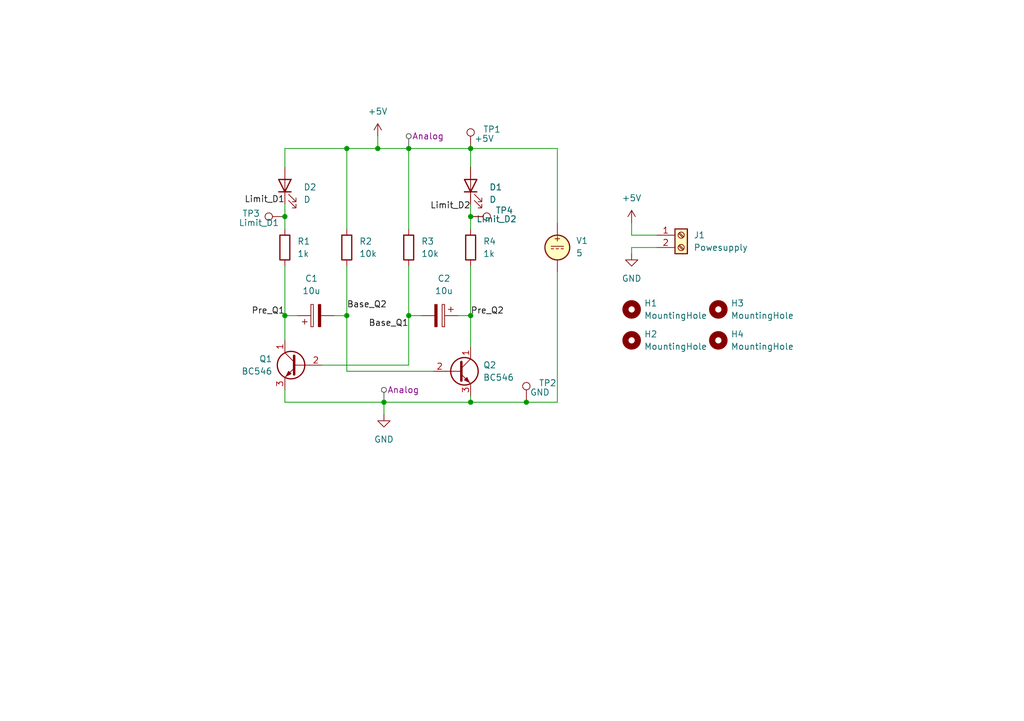
<source format=kicad_sch>
(kicad_sch (version 20250114) (generator "eeschema") (generator_version "9.0")
  (paper "A5")
  (lib_symbols
    (symbol "000 Custom Symbols:Testpoint" (pin_numbers (hide yes)) (pin_names (hide yes)) (exclude_from_sim yes) (in_bom no)
      (property "Reference" "TP" (at 0.254 5.334 0))
      (property "Value" "${SHORT_NET_NAME(1)}" (at 6.35 7.874 0))
      (symbol "Testpoint_0_1"
        (circle (center 0 3.302) (radius 0.762))
      )
      (symbol "Testpoint_1_1"
        (pin passive line (at 0 0 90) (length 2.54) (name "1") (number "1"))
      )
    )
    (symbol "Connector:Screw_Terminal_01x02" (pin_names (offset 1.016) (hide yes))
      (property "Reference" "J" (at 0 2.54 0))
      (property "Value" "Screw_Terminal_01x02" (at 0 -5.08 0))
      (symbol "Screw_Terminal_01x02_1_1"
        (rectangle (start -1.27 1.27) (end 1.27 -3.81) (stroke (width 0.254)) (fill (type background)))
        (polyline (pts (xy -0.5334 0.3302) (xy 0.3302 -0.508)) (stroke (width 0.1524)))
        (polyline (pts (xy -0.5334 -2.2098) (xy 0.3302 -3.048)) (stroke (width 0.1524)))
        (polyline (pts (xy -0.3556 0.508) (xy 0.508 -0.3302)) (stroke (width 0.1524)))
        (polyline (pts (xy -0.3556 -2.032) (xy 0.508 -2.8702)) (stroke (width 0.1524)))
        (circle (center 0 0) (radius 0.635) (stroke (width 0.1524)))
        (circle (center 0 -2.54) (radius 0.635) (stroke (width 0.1524)))
        (pin passive line (at -5.08 0 0) (length 3.81) (name "Pin_1") (number "1"))
        (pin passive line (at -5.08 -2.54 0) (length 3.81) (name "Pin_2") (number "2"))
      )
    )
    (symbol "Device:C_Polarized" (pin_numbers (hide yes)) (pin_names (offset 0.254))
      (property "Reference" "C" (at 0.635 2.54 0))
      (property "Value" "C_Polarized" (at 0.635 -2.54 0))
      (symbol "C_Polarized_0_1"
        (rectangle (start -2.286 0.508) (end 2.286 1.016))
        (polyline (pts (xy -1.778 2.286) (xy -0.762 2.286)))
        (polyline (pts (xy -1.27 2.794) (xy -1.27 1.778)))
        (rectangle (start 2.286 -0.508) (end -2.286 -1.016) (fill (type outline)))
      )
      (symbol "C_Polarized_1_1"
        (pin passive line (at 0 3.81 270) (length 2.794) (name "~") (number "1"))
        (pin passive line (at 0 -3.81 90) (length 2.794) (name "~") (number "2"))
      )
    )
    (symbol "Device:LED" (pin_numbers (hide yes)) (pin_names (offset 1.016) (hide yes))
      (property "Reference" "D" (at 0 2.54 0))
      (property "Value" "LED" (at 0 -2.54 0))
      (symbol "LED_0_1"
        (polyline (pts (xy -3.048 -0.762) (xy -4.572 -2.286) (xy -3.81 -2.286) (xy -4.572 -2.286) (xy -4.572 -1.524)))
        (polyline (pts (xy -1.778 -0.762) (xy -3.302 -2.286) (xy -2.54 -2.286) (xy -3.302 -2.286) (xy -3.302 -1.524)))
        (polyline (pts (xy -1.27 0) (xy 1.27 0)))
        (polyline (pts (xy -1.27 -1.27) (xy -1.27 1.27)) (stroke (width 0.254)))
        (polyline (pts (xy 1.27 -1.27) (xy 1.27 1.27) (xy -1.27 0) (xy 1.27 -1.27)) (stroke (width 0.254)))
      )
      (symbol "LED_1_1"
        (pin passive line (at -3.81 0 0) (length 2.54) (name "K") (number "1"))
        (pin passive line (at 3.81 0 180) (length 2.54) (name "A") (number "2"))
      )
    )
    (symbol "Device:R" (pin_numbers (hide yes)) (pin_names (offset 0))
      (property "Reference" "R" (at 2.032 0 90))
      (property "Value" "R" (at 0 0 90))
      (symbol "R_0_1"
        (rectangle (start -1.016 -2.54) (end 1.016 2.54) (stroke (width 0.254)))
      )
      (symbol "R_1_1"
        (pin passive line (at 0 3.81 270) (length 1.27) (name "~") (number "1"))
        (pin passive line (at 0 -3.81 90) (length 1.27) (name "~") (number "2"))
      )
    )
    (symbol "Mechanical:MountingHole" (pin_names (offset 1.016)) (in_bom no)
      (property "Reference" "H" (at 0 5.08 0))
      (property "Value" "MountingHole" (at 0 3.175 0))
      (symbol "MountingHole_0_1"
        (circle (center 0 0) (radius 1.27) (stroke (width 1.27)))
      )
    )
    (symbol "Simulation_SPICE:VDC" (pin_numbers (hide yes)) (pin_names (offset 0.0254))
      (property "Reference" "V" (at 2.54 2.54 0))
      (property "Value" "1" (at 2.54 0 0))
      (symbol "VDC_0_0"
        (polyline (pts (xy -1.27 0.254) (xy 1.27 0.254)))
        (polyline (pts (xy -0.762 -0.254) (xy -1.27 -0.254)))
        (polyline (pts (xy 0.254 -0.254) (xy -0.254 -0.254)))
        (polyline (pts (xy 1.27 -0.254) (xy 0.762 -0.254)))
        (text "+" (at 0 1.905 0) (effects (font (size 1.27 1.27))))
      )
      (symbol "VDC_0_1"
        (circle (center 0 0) (radius 2.54) (stroke (width 0.254)) (fill (type background)))
      )
      (symbol "VDC_1_1"
        (pin passive line (at 0 5.08 270) (length 2.54) (name "~") (number "1"))
        (pin passive line (at 0 -5.08 90) (length 2.54) (name "~") (number "2"))
      )
    )
    (symbol "Transistor_BJT:BC546" (pin_names (offset 0) (hide yes))
      (property "Reference" "Q" (at 5.08 1.905 0))
      (property "Value" "BC546" (at 5.08 0 0))
      (symbol "BC546_0_1"
        (polyline (pts (xy -2.54 0) (xy 0.635 0)))
        (polyline (pts (xy 0.635 1.905) (xy 0.635 -1.905)) (stroke (width 0.508)))
        (circle (center 1.27 0) (radius 2.8194) (stroke (width 0.254)))
      )
      (symbol "BC546_1_1"
        (polyline (pts (xy 0.635 0.635) (xy 2.54 2.54)))
        (polyline (pts (xy 0.635 -0.635) (xy 2.54 -2.54)))
        (polyline (pts (xy 1.27 -1.778) (xy 1.778 -1.27) (xy 2.286 -2.286) (xy 1.27 -1.778)) (fill (type outline)))
        (pin input line (at -5.08 0 0) (length 2.54) (name "B") (number "2"))
        (pin passive line (at 2.54 5.08 270) (length 2.54) (name "C") (number "1"))
        (pin passive line (at 2.54 -5.08 90) (length 2.54) (name "E") (number "3"))
      )
    )
    (symbol "power:+5V" (power) (pin_numbers (hide yes)) (pin_names (offset 0) (hide yes))
      (property "Value" "+5V" (at 0 3.556 0))
      (symbol "+5V_0_1"
        (polyline (pts (xy -0.762 1.27) (xy 0 2.54)))
        (polyline (pts (xy 0 2.54) (xy 0.762 1.27)))
        (polyline (pts (xy 0 0) (xy 0 2.54)))
      )
      (symbol "+5V_1_1"
        (pin power_in line (at 0 0 90) (length 0) (name "~") (number "1"))
      )
    )
    (symbol "power:GND" (power) (pin_numbers (hide yes)) (pin_names (offset 0) (hide yes))
      (property "Value" "GND" (at 0 -3.81 0))
      (symbol "GND_0_1"
        (polyline (pts (xy 0 0) (xy 0 -1.27) (xy 1.27 -1.27) (xy 0 -2.54) (xy -1.27 -1.27) (xy 0 -1.27)))
      )
      (symbol "GND_1_1"
        (pin power_in line (at 0 0 270) (length 0) (name "~") (number "1"))
      )
    )
  )
  (junction (at 83.82 30.48))
  (junction (at 77.47 30.48))
  (junction (at 83.82 64.77))
  (junction (at 96.52 64.77))
  (junction (at 58.42 44.45))
  (junction (at 96.52 44.45))
  (junction (at 58.42 64.77))
  (junction (at 71.12 64.77))
  (junction (at 71.12 30.48))
  (junction (at 96.52 82.55))
  (junction (at 96.52 30.48))
  (junction (at 107.95 82.55))
  (junction (at 78.74 82.55))
  (wire (pts (xy 78.74 82.55) (xy 96.52 82.55)))
  (wire (pts (xy 77.47 30.48) (xy 83.82 30.48)))
  (wire (pts (xy 83.82 74.93) (xy 66.04 74.93)))
  (wire (pts (xy 134.62 50.8) (xy 129.54 50.8)))
  (wire (pts (xy 71.12 54.61) (xy 71.12 64.77)))
  (wire (pts (xy 71.12 30.48) (xy 77.47 30.48)))
  (wire (pts (xy 96.52 44.45) (xy 96.52 46.99)))
  (wire (pts (xy 58.42 30.48) (xy 71.12 30.48)))
  (wire (pts (xy 129.54 48.26) (xy 129.54 45.72)))
  (wire (pts (xy 58.42 82.55) (xy 58.42 80.01)))
  (wire (pts (xy 58.42 34.29) (xy 58.42 30.48)))
  (wire (pts (xy 96.52 34.29) (xy 96.52 30.48)))
  (wire (pts (xy 68.58 64.77) (xy 71.12 64.77)))
  (wire (pts (xy 58.42 44.45) (xy 58.42 46.99)))
  (wire (pts (xy 83.82 46.99) (xy 83.82 30.48)))
  (wire (pts (xy 71.12 64.77) (xy 71.12 76.2)))
  (wire (pts (xy 134.62 48.26) (xy 129.54 48.26)))
  (wire (pts (xy 83.82 64.77) (xy 86.36 64.77)))
  (wire (pts (xy 77.47 27.94) (xy 77.47 30.48)))
  (wire (pts (xy 114.3 82.55) (xy 107.95 82.55)))
  (wire (pts (xy 58.42 41.91) (xy 58.42 44.45)))
  (wire (pts (xy 96.52 54.61) (xy 96.52 64.77)))
  (wire (pts (xy 58.42 64.77) (xy 58.42 69.85)))
  (wire (pts (xy 71.12 46.99) (xy 71.12 30.48)))
  (wire (pts (xy 114.3 45.72) (xy 114.3 30.48)))
  (wire (pts (xy 83.82 30.48) (xy 96.52 30.48)))
  (wire (pts (xy 83.82 64.77) (xy 83.82 74.93)))
  (wire (pts (xy 93.98 64.77) (xy 96.52 64.77)))
  (wire (pts (xy 107.95 82.55) (xy 96.52 82.55)))
  (wire (pts (xy 58.42 54.61) (xy 58.42 64.77)))
  (wire (pts (xy 96.52 41.91) (xy 96.52 44.45)))
  (wire (pts (xy 58.42 64.77) (xy 60.96 64.77)))
  (wire (pts (xy 71.12 76.2) (xy 88.9 76.2)))
  (wire (pts (xy 78.74 85.09) (xy 78.74 82.55)))
  (wire (pts (xy 114.3 30.48) (xy 96.52 30.48)))
  (wire (pts (xy 129.54 50.8) (xy 129.54 52.07)))
  (wire (pts (xy 96.52 81.28) (xy 96.52 82.55)))
  (wire (pts (xy 114.3 55.88) (xy 114.3 82.55)))
  (wire (pts (xy 83.82 54.61) (xy 83.82 64.77)))
  (wire (pts (xy 78.74 82.55) (xy 58.42 82.55)))
  (wire (pts (xy 96.52 64.77) (xy 96.52 71.12)))
  (label "Base_Q2" (at 71.12 63.5 0) (property "Netclass" "Analog" (effects (hide yes))))
  (label "Base_Q1" (at 83.82 67.31 180) (property "Netclass" "Analog" (effects (hide yes))))
  (label "Limit_D1" (at 58.42 41.91 180) (property "Netclass" "Analog" (effects (hide yes))))
  (label "Pre_Q2" (at 96.52 64.77 0) (property "Netclass" "Analog" (effects (hide yes))))
  (label "Limit_D2" (at 96.52 43.18 180) (property "Netclass" "Analog" (effects (hide yes))))
  (label "Pre_Q1" (at 58.42 64.77 180) (property "Netclass" "Analog" (effects (hide yes))))
  (netclass_flag "" (length 2.54) (shape round) (at 83.82 30.48 0) (property "Netclass" "Analog" (at 84.5185 27.94 0) (effects (justify left))))
  (netclass_flag "" (length 2.54) (shape round) (at 78.74 82.55 0) (property "Netclass" "Analog" (at 79.4385 80.01 0) (effects (justify left))))
  (symbol (lib_id "000 Custom Symbols:Testpoint") (at 96.52 30.48 0) (unit 1) (exclude_from_sim yes) (in_bom no)
    (property "Reference" "TP1" (at 99.06 26.5429 0) (effects (justify left)))
    (property "Value" "${SHORT_NET_NAME(1)}" (at 99.06 28.448 0) (effects (justify left)))
    (property "Footprint" "001 CNC Footprints:TestPoint" (effects (hide yes)))
  )
  (symbol (lib_id "Device:C_Polarized") (at 90.17 64.77 270) (unit 1)
    (property "Reference" "C2" (at 91.059 57.15 90))
    (property "Value" "10u" (at 91.059 59.69 90))
    (property "Footprint" "001 CNC Footprints:1-10uF" (effects (hide yes)))
    (property "Description" "Polarized capacitor" (effects (hide yes)))
  )
  (symbol (lib_id "Connector:Screw_Terminal_01x02") (at 139.7 48.26 0) (unit 1) (exclude_from_sim yes)
    (property "Reference" "J1" (at 142.24 48.2599 0) (effects (justify left)))
    (property "Value" "Powesupply" (at 142.24 50.7999 0) (effects (justify left)))
    (property "Footprint" "001 CNC Footprints:Terminal 2 Pol" (effects (hide yes)))
    (property "Description" "Generic screw terminal, single row, 01x02, script generated (kicad-library-utils/schlib/autogen/connector/)" (effects (hide yes)))
  )
  (symbol (lib_id "Mechanical:MountingHole") (at 129.54 63.5 0) (unit 1) (in_bom no)
    (property "Reference" "H1" (at 132.08 62.2299 0) (effects (justify left)))
    (property "Value" "MountingHole" (at 132.08 64.7699 0) (effects (justify left)))
    (property "Footprint" "MountingHole:MountingHole_3.2mm_M3" (effects (hide yes)))
    (property "Description" "Mounting Hole without connection" (effects (hide yes)))
  )
  (symbol (lib_id "000 Custom Symbols:Testpoint") (at 107.95 82.55 0) (unit 1) (exclude_from_sim yes) (in_bom no)
    (property "Reference" "TP2" (at 110.49 78.6129 0) (effects (justify left)))
    (property "Value" "${SHORT_NET_NAME(1)}" (at 110.49 80.518 0) (effects (justify left)))
    (property "Footprint" "001 CNC Footprints:TestPoint" (effects (hide yes)))
  )
  (symbol (lib_id "Device:C_Polarized") (at 64.77 64.77 90) (unit 1)
    (property "Reference" "C1" (at 63.881 57.15 90))
    (property "Value" "10u" (at 63.881 59.69 90))
    (property "Footprint" "001 CNC Footprints:1-10uF" (effects (hide yes)))
    (property "Description" "Polarized capacitor" (effects (hide yes)))
  )
  (symbol (lib_id "Transistor_BJT:BC546") (at 60.96 74.93 0) (mirror y) (unit 1)
    (property "Reference" "Q1" (at 55.88 73.6599 0) (effects (justify left)))
    (property "Value" "BC546" (at 55.88 76.1999 0) (effects (justify left)))
    (property "Footprint" "001 CNC Footprints:TO-92" (effects (hide yes)))
    (property "Datasheet" "https://www.onsemi.com/pub/Collateral/BC550-D.pdf" (effects (hide yes)))
    (property "Description" "0.1A Ic, 65V Vce, Small Signal NPN Transistor, TO-92" (effects (hide yes)))
    (property "Sim.Library" "C:\\Users\\finnr\\OneDrive\\002 Projekte\\004 Kicad Symbols and Footprints\\Simmulation Models\\Models\\Transistor\\BJT\\BC546.lib" (effects (hide yes)))
    (property "Sim.Name" "BC546B" (effects (hide yes)))
    (property "Sim.Device" "NPN" (effects (hide yes)))
    (property "Sim.Type" "GUMMELPOON" (effects (hide yes)))
    (property "Sim.Pins" "1=C 2=B 3=E" (effects (hide yes)))
  )
  (symbol (lib_id "Device:R") (at 71.12 50.8 0) (unit 1)
    (property "Reference" "R2" (at 73.66 49.5299 0) (effects (justify left)))
    (property "Value" "10k" (at 73.66 52.0699 0) (effects (justify left)))
    (property "Footprint" "001 CNC Footprints:Resistor" (effects (hide yes)))
    (property "Description" "Resistor" (effects (hide yes)))
  )
  (symbol (lib_id "Device:R") (at 58.42 50.8 0) (unit 1)
    (property "Reference" "R1" (at 60.96 49.5299 0) (effects (justify left)))
    (property "Value" "1k" (at 60.96 52.0699 0) (effects (justify left)))
    (property "Footprint" "001 CNC Footprints:Resistor" (effects (hide yes)))
    (property "Description" "Resistor" (effects (hide yes)))
  )
  (symbol (lib_id "Mechanical:MountingHole") (at 129.54 69.85 0) (unit 1) (in_bom no)
    (property "Reference" "H2" (at 132.08 68.5799 0) (effects (justify left)))
    (property "Value" "MountingHole" (at 132.08 71.1199 0) (effects (justify left)))
    (property "Footprint" "MountingHole:MountingHole_3.2mm_M3" (effects (hide yes)))
    (property "Description" "Mounting Hole without connection" (effects (hide yes)))
  )
  (symbol (lib_id "Simulation_SPICE:VDC") (at 114.3 50.8 0) (unit 1) (on_board no)
    (property "Reference" "V1" (at 118.11 49.4001 0) (effects (justify left)))
    (property "Value" "5" (at 118.11 51.9401 0) (effects (justify left)))
    (property "Datasheet" "https://ngspice.sourceforge.io/docs/ngspice-html-manual/manual.xhtml#sec_Independent_Sources_for" (effects (hide yes)))
    (property "Description" "Voltage source, DC" (effects (hide yes)))
    (property "Sim.Pins" "1=+ 2=-" (effects (hide yes)))
    (property "Sim.Type" "DC" (effects (hide yes)))
    (property "Sim.Device" "V" (effects (hide yes)))
  )
  (symbol (lib_id "power:+5V") (at 77.47 27.94 0) (unit 1)
    (property "Reference" "#PWR01" (effects (hide yes)))
    (property "Value" "+5V" (at 77.47 22.86 0))
    (property "Description" "Power symbol creates a global label with name \"+5V\"" (effects (hide yes)))
  )
  (symbol (lib_id "Mechanical:MountingHole") (at 147.32 63.5 0) (unit 1) (in_bom no)
    (property "Reference" "H3" (at 149.86 62.2299 0) (effects (justify left)))
    (property "Value" "MountingHole" (at 149.86 64.7699 0) (effects (justify left)))
    (property "Footprint" "MountingHole:MountingHole_3.2mm_M3" (effects (hide yes)))
    (property "Description" "Mounting Hole without connection" (effects (hide yes)))
  )
  (symbol (lib_id "power:+5V") (at 129.54 45.72 0) (unit 1)
    (property "Reference" "#PWR02" (effects (hide yes)))
    (property "Value" "+5V" (at 129.54 40.64 0))
    (property "Description" "Power symbol creates a global label with name \"+5V\"" (effects (hide yes)))
  )
  (symbol (lib_id "Device:R") (at 83.82 50.8 0) (unit 1)
    (property "Reference" "R3" (at 86.36 49.5299 0) (effects (justify left)))
    (property "Value" "10k" (at 86.36 52.0699 0) (effects (justify left)))
    (property "Footprint" "001 CNC Footprints:Resistor" (effects (hide yes)))
    (property "Description" "Resistor" (effects (hide yes)))
  )
  (symbol (lib_id "Mechanical:MountingHole") (at 147.32 69.85 0) (unit 1) (in_bom no)
    (property "Reference" "H4" (at 149.86 68.5799 0) (effects (justify left)))
    (property "Value" "MountingHole" (at 149.86 71.1199 0) (effects (justify left)))
    (property "Footprint" "MountingHole:MountingHole_3.2mm_M3" (effects (hide yes)))
    (property "Description" "Mounting Hole without connection" (effects (hide yes)))
  )
  (symbol (lib_id "power:GND") (at 78.74 85.09 0) (unit 1)
    (property "Reference" "#PWR04" (effects (hide yes)))
    (property "Value" "GND" (at 78.74 90.17 0))
    (property "Description" "Power symbol creates a global label with name \"GND\" , ground" (effects (hide yes)))
  )
  (symbol (lib_id "Transistor_BJT:BC546") (at 93.98 76.2 0) (unit 1)
    (property "Reference" "Q2" (at 99.06 74.9299 0) (effects (justify left)))
    (property "Value" "BC546" (at 99.06 77.4699 0) (effects (justify left)))
    (property "Footprint" "001 CNC Footprints:TO-92" (effects (hide yes)))
    (property "Datasheet" "https://www.onsemi.com/pub/Collateral/BC550-D.pdf" (effects (hide yes)))
    (property "Description" "0.1A Ic, 65V Vce, Small Signal NPN Transistor, TO-92" (effects (hide yes)))
    (property "Sim.Library" "C:\\Users\\finnr\\OneDrive\\002 Projekte\\004 Kicad Symbols and Footprints\\Simmulation Models\\Models\\Transistor\\BJT\\BC546.lib" (effects (hide yes)))
    (property "Sim.Name" "BC546B" (effects (hide yes)))
    (property "Sim.Device" "NPN" (effects (hide yes)))
    (property "Sim.Type" "GUMMELPOON" (effects (hide yes)))
    (property "Sim.Pins" "1=C 2=B 3=E" (effects (hide yes)))
  )
  (symbol (lib_id "power:GND") (at 129.54 52.07 0) (unit 1)
    (property "Reference" "#PWR03" (effects (hide yes)))
    (property "Value" "GND" (at 129.54 57.15 0))
    (property "Description" "Power symbol creates a global label with name \"GND\" , ground" (effects (hide yes)))
  )
  (symbol (lib_id "Device:LED") (at 96.52 38.1 90) (unit 1)
    (property "Reference" "D1" (at 100.33 38.4174 90) (effects (justify right)))
    (property "Value" "D" (at 100.33 40.9574 90) (effects (justify right)))
    (property "Footprint" "001 CNC Footprints:LED 5mm" (effects (hide yes)))
    (property "Description" "Diode" (effects (hide yes)))
    (property "Sim.Device" "D" (effects (hide yes)))
    (property "Sim.Pins" "1=K 2=A" (effects (hide yes)))
  )
  (symbol (lib_id "Device:R") (at 96.52 50.8 0) (unit 1)
    (property "Reference" "R4" (at 99.06 49.5299 0) (effects (justify left)))
    (property "Value" "1k" (at 99.06 52.0699 0) (effects (justify left)))
    (property "Footprint" "001 CNC Footprints:Resistor" (effects (hide yes)))
    (property "Description" "Resistor" (effects (hide yes)))
  )
  (symbol (lib_id "000 Custom Symbols:Testpoint") (at 58.42 44.45 90) (mirror x) (unit 1) (exclude_from_sim yes) (in_bom no)
    (property "Reference" "TP3" (at 53.34 43.8149 90) (effects (justify left)))
    (property "Value" "${SHORT_NET_NAME(1)}" (at 53.34 45.72 90) (effects (justify left)))
    (property "Footprint" "001 CNC Footprints:TestPoint" (effects (hide yes)))
  )
  (symbol (lib_id "000 Custom Symbols:Testpoint") (at 96.52 44.45 270) (unit 1) (exclude_from_sim yes) (in_bom no)
    (property "Reference" "TP4" (at 101.6 43.1799 90) (effects (justify left)))
    (property "Value" "${SHORT_NET_NAME(1)}" (at 101.6 44.958 90) (effects (justify left)))
    (property "Footprint" "001 CNC Footprints:TestPoint" (effects (hide yes)))
  )
  (symbol (lib_id "Device:LED") (at 58.42 38.1 90) (unit 1)
    (property "Reference" "D2" (at 62.23 38.4174 90) (effects (justify right)))
    (property "Value" "D" (at 62.23 40.9574 90) (effects (justify right)))
    (property "Footprint" "001 CNC Footprints:LED 5mm" (effects (hide yes)))
    (property "Description" "Diode" (effects (hide yes)))
    (property "Sim.Device" "D" (effects (hide yes)))
    (property "Sim.Pins" "1=K 2=A" (effects (hide yes)))
  )
)
</source>
